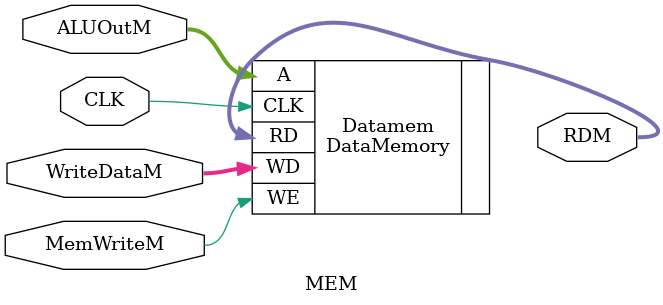
<source format=sv>
module MEM(
    input logic CLK, MemWriteM,
    input logic [31:0] ALUOutM, WriteDataM,
    output logic [31:0] RDM
);

DataMemory Datamem(
    .CLK(CLK),
    .WE(MemWriteM),
    .A(ALUOutM),
    .WD(WriteDataM),
    .RD(RDM)
);

endmodule
</source>
